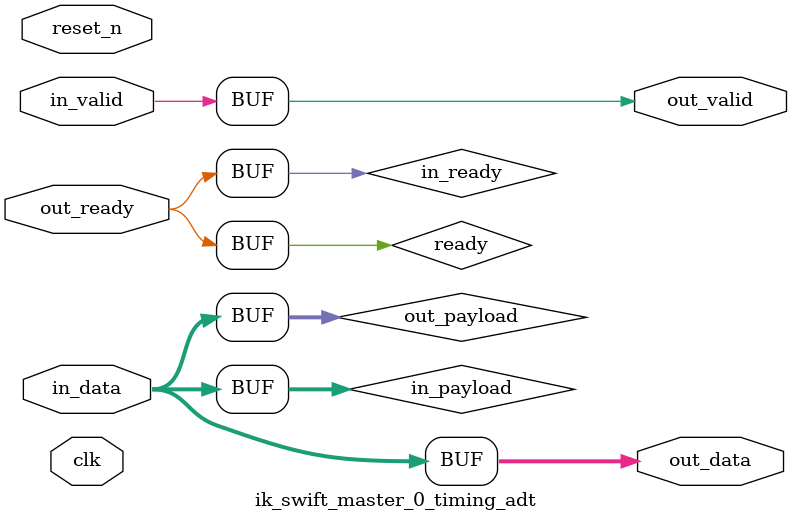
<source format=v>

`timescale 1ns / 100ps
module ik_swift_master_0_timing_adt (
    
      // Interface: clk
      input              clk,
      // Interface: reset
      input              reset_n,
      // Interface: in
      input              in_valid,
      input      [ 7: 0] in_data,
      // Interface: out
      output reg         out_valid,
      output reg [ 7: 0] out_data,
      input              out_ready
);




   // ---------------------------------------------------------------------
   //| Signal Declarations
   // ---------------------------------------------------------------------

   reg  [ 7: 0] in_payload;
   reg  [ 7: 0] out_payload;
   reg  [ 0: 0] ready;
   reg          in_ready;
   // synthesis translate_off
   always @(negedge in_ready) begin
      $display("%m: The downstream component is backpressuring by deasserting ready, but the upstream component can't be backpressured.");
   end
   // synthesis translate_on   


   // ---------------------------------------------------------------------
   //| Payload Mapping
   // ---------------------------------------------------------------------
   always @* begin
     in_payload = {in_data};
     {out_data} = out_payload;
   end

   // ---------------------------------------------------------------------
   //| Ready & valid signals.
   // ---------------------------------------------------------------------
   always @* begin
     ready[0] = out_ready;
     out_valid = in_valid;
     out_payload = in_payload;
     in_ready = ready[0];
   end




endmodule


</source>
